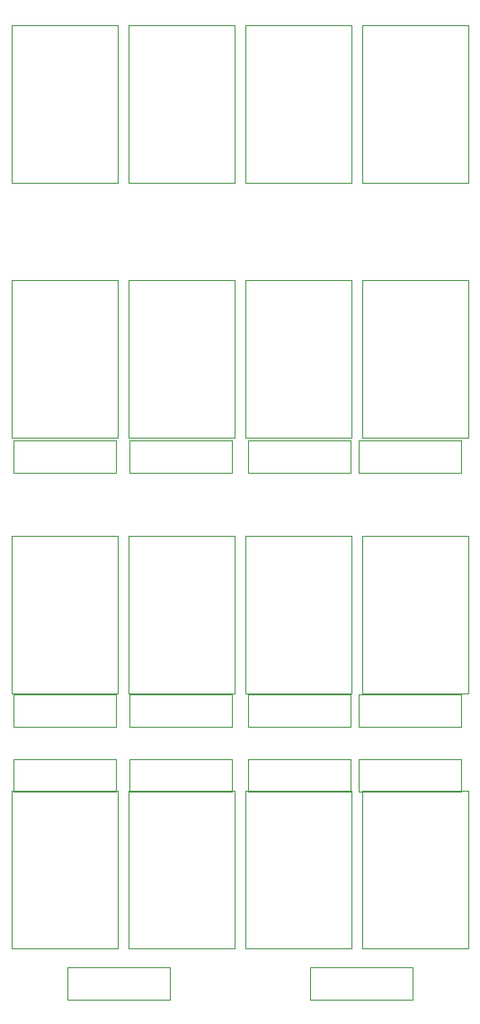
<source format=gbr>
G04 #@! TF.GenerationSoftware,KiCad,Pcbnew,(5.0.1)-4*
G04 #@! TF.CreationDate,2019-03-05T01:40:27-06:00*
G04 #@! TF.ProjectId,mult,6D756C742E6B696361645F7063620000,rev?*
G04 #@! TF.SameCoordinates,Original*
G04 #@! TF.FileFunction,Other,User*
%FSLAX46Y46*%
G04 Gerber Fmt 4.6, Leading zero omitted, Abs format (unit mm)*
G04 Created by KiCad (PCBNEW (5.0.1)-4) date 3/5/2019 1:40:27*
%MOMM*%
%LPD*%
G01*
G04 APERTURE LIST*
%ADD10C,0.050000*%
G04 APERTURE END LIST*
D10*
G04 #@! TO.C,J1*
X-174374000Y122028000D02*
X-174374000Y136858000D01*
X-164374000Y122028000D02*
X-164374000Y136858000D01*
X-164374000Y122028000D02*
X-174374000Y122028000D01*
X-164374000Y136858000D02*
X-174374000Y136858000D01*
G04 #@! TO.C,J2*
X-163363100Y122040700D02*
X-163363100Y136870700D01*
X-153363100Y122040700D02*
X-153363100Y136870700D01*
X-153363100Y122040700D02*
X-163363100Y122040700D01*
X-153363100Y136870700D02*
X-163363100Y136870700D01*
G04 #@! TO.C,J3*
X-152377600Y122015300D02*
X-152377600Y136845300D01*
X-142377600Y122015300D02*
X-142377600Y136845300D01*
X-142377600Y122015300D02*
X-152377600Y122015300D01*
X-142377600Y136845300D02*
X-152377600Y136845300D01*
G04 #@! TO.C,J4*
X-131379400Y136858000D02*
X-141379400Y136858000D01*
X-131379400Y122028000D02*
X-141379400Y122028000D01*
X-131379400Y122028000D02*
X-131379400Y136858000D01*
X-141379400Y122028000D02*
X-141379400Y136858000D01*
G04 #@! TO.C,J5*
X-164374000Y112855000D02*
X-174374000Y112855000D01*
X-164374000Y98025000D02*
X-174374000Y98025000D01*
X-164374000Y98025000D02*
X-164374000Y112855000D01*
X-174374000Y98025000D02*
X-174374000Y112855000D01*
G04 #@! TO.C,J6*
X-164374000Y88852000D02*
X-174374000Y88852000D01*
X-164374000Y74022000D02*
X-174374000Y74022000D01*
X-164374000Y74022000D02*
X-164374000Y88852000D01*
X-174374000Y74022000D02*
X-174374000Y88852000D01*
G04 #@! TO.C,J7*
X-164374000Y64849000D02*
X-174374000Y64849000D01*
X-164374000Y50019000D02*
X-174374000Y50019000D01*
X-164374000Y50019000D02*
X-164374000Y64849000D01*
X-174374000Y50019000D02*
X-174374000Y64849000D01*
G04 #@! TO.C,J8*
X-163388500Y98025000D02*
X-163388500Y112855000D01*
X-153388500Y98025000D02*
X-153388500Y112855000D01*
X-153388500Y98025000D02*
X-163388500Y98025000D01*
X-153388500Y112855000D02*
X-163388500Y112855000D01*
G04 #@! TO.C,J9*
X-153388500Y88852000D02*
X-163388500Y88852000D01*
X-153388500Y74022000D02*
X-163388500Y74022000D01*
X-153388500Y74022000D02*
X-153388500Y88852000D01*
X-163388500Y74022000D02*
X-163388500Y88852000D01*
G04 #@! TO.C,J10*
X-163388500Y50019000D02*
X-163388500Y64849000D01*
X-153388500Y50019000D02*
X-153388500Y64849000D01*
X-153388500Y50019000D02*
X-163388500Y50019000D01*
X-153388500Y64849000D02*
X-163388500Y64849000D01*
G04 #@! TO.C,J11*
X-152377600Y98037700D02*
X-152377600Y112867700D01*
X-142377600Y98037700D02*
X-142377600Y112867700D01*
X-142377600Y98037700D02*
X-152377600Y98037700D01*
X-142377600Y112867700D02*
X-152377600Y112867700D01*
G04 #@! TO.C,J12*
X-142377600Y88864700D02*
X-152377600Y88864700D01*
X-142377600Y74034700D02*
X-152377600Y74034700D01*
X-142377600Y74034700D02*
X-142377600Y88864700D01*
X-152377600Y74034700D02*
X-152377600Y88864700D01*
G04 #@! TO.C,J13*
X-152377600Y50019000D02*
X-152377600Y64849000D01*
X-142377600Y50019000D02*
X-142377600Y64849000D01*
X-142377600Y50019000D02*
X-152377600Y50019000D01*
X-142377600Y64849000D02*
X-152377600Y64849000D01*
G04 #@! TO.C,J14*
X-131379400Y112867700D02*
X-141379400Y112867700D01*
X-131379400Y98037700D02*
X-141379400Y98037700D01*
X-131379400Y98037700D02*
X-131379400Y112867700D01*
X-141379400Y98037700D02*
X-141379400Y112867700D01*
G04 #@! TO.C,J15*
X-131379400Y88852000D02*
X-141379400Y88852000D01*
X-131379400Y74022000D02*
X-141379400Y74022000D01*
X-131379400Y74022000D02*
X-131379400Y88852000D01*
X-141379400Y74022000D02*
X-141379400Y88852000D01*
G04 #@! TO.C,J16*
X-141379400Y50031700D02*
X-141379400Y64861700D01*
X-131379400Y50031700D02*
X-131379400Y64861700D01*
X-131379400Y50031700D02*
X-141379400Y50031700D01*
X-131379400Y64861700D02*
X-141379400Y64861700D01*
G04 #@! TO.C,R1*
X-164514000Y97789000D02*
X-174234000Y97789000D01*
X-164514000Y94789000D02*
X-164514000Y97789000D01*
X-174234000Y94789000D02*
X-164514000Y94789000D01*
X-174234000Y97789000D02*
X-174234000Y94789000D01*
G04 #@! TO.C,R2*
X-174234000Y73913000D02*
X-174234000Y70913000D01*
X-174234000Y70913000D02*
X-164514000Y70913000D01*
X-164514000Y70913000D02*
X-164514000Y73913000D01*
X-164514000Y73913000D02*
X-174234000Y73913000D01*
G04 #@! TO.C,R3*
X-164514000Y67817000D02*
X-174234000Y67817000D01*
X-164514000Y64817000D02*
X-164514000Y67817000D01*
X-174234000Y64817000D02*
X-164514000Y64817000D01*
X-174234000Y67817000D02*
X-174234000Y64817000D01*
G04 #@! TO.C,R4*
X-153592000Y97789000D02*
X-163312000Y97789000D01*
X-153592000Y94789000D02*
X-153592000Y97789000D01*
X-163312000Y94789000D02*
X-153592000Y94789000D01*
X-163312000Y97789000D02*
X-163312000Y94789000D01*
G04 #@! TO.C,R5*
X-163312000Y73913000D02*
X-163312000Y70913000D01*
X-163312000Y70913000D02*
X-153592000Y70913000D01*
X-153592000Y70913000D02*
X-153592000Y73913000D01*
X-153592000Y73913000D02*
X-163312000Y73913000D01*
G04 #@! TO.C,R6*
X-153592000Y67817000D02*
X-163312000Y67817000D01*
X-153592000Y64817000D02*
X-153592000Y67817000D01*
X-163312000Y64817000D02*
X-153592000Y64817000D01*
X-163312000Y67817000D02*
X-163312000Y64817000D01*
G04 #@! TO.C,R7*
X-142416000Y94789000D02*
X-142416000Y97789000D01*
X-142416000Y97789000D02*
X-152136000Y97789000D01*
X-152136000Y97789000D02*
X-152136000Y94789000D01*
X-152136000Y94789000D02*
X-142416000Y94789000D01*
G04 #@! TO.C,R8*
X-152136000Y70913000D02*
X-142416000Y70913000D01*
X-152136000Y73913000D02*
X-152136000Y70913000D01*
X-142416000Y73913000D02*
X-152136000Y73913000D01*
X-142416000Y70913000D02*
X-142416000Y73913000D01*
G04 #@! TO.C,R9*
X-142416000Y64817000D02*
X-142416000Y67817000D01*
X-142416000Y67817000D02*
X-152136000Y67817000D01*
X-152136000Y67817000D02*
X-152136000Y64817000D01*
X-152136000Y64817000D02*
X-142416000Y64817000D01*
G04 #@! TO.C,R10*
X-141722000Y94789000D02*
X-132002000Y94789000D01*
X-141722000Y97789000D02*
X-141722000Y94789000D01*
X-132002000Y97789000D02*
X-141722000Y97789000D01*
X-132002000Y94789000D02*
X-132002000Y97789000D01*
G04 #@! TO.C,R11*
X-132002000Y70913000D02*
X-132002000Y73913000D01*
X-132002000Y73913000D02*
X-141722000Y73913000D01*
X-141722000Y73913000D02*
X-141722000Y70913000D01*
X-141722000Y70913000D02*
X-132002000Y70913000D01*
G04 #@! TO.C,R12*
X-132002000Y64817000D02*
X-132002000Y67817000D01*
X-132002000Y67817000D02*
X-141722000Y67817000D01*
X-141722000Y67817000D02*
X-141722000Y64817000D01*
X-141722000Y64817000D02*
X-132002000Y64817000D01*
G04 #@! TO.C,R13*
X-146294000Y48259000D02*
X-146294000Y45259000D01*
X-146294000Y45259000D02*
X-136574000Y45259000D01*
X-136574000Y45259000D02*
X-136574000Y48259000D01*
X-136574000Y48259000D02*
X-146294000Y48259000D01*
G04 #@! TO.C,R14*
X-169154000Y45259000D02*
X-159434000Y45259000D01*
X-169154000Y48259000D02*
X-169154000Y45259000D01*
X-159434000Y48259000D02*
X-169154000Y48259000D01*
X-159434000Y45259000D02*
X-159434000Y48259000D01*
G04 #@! TD*
M02*

</source>
